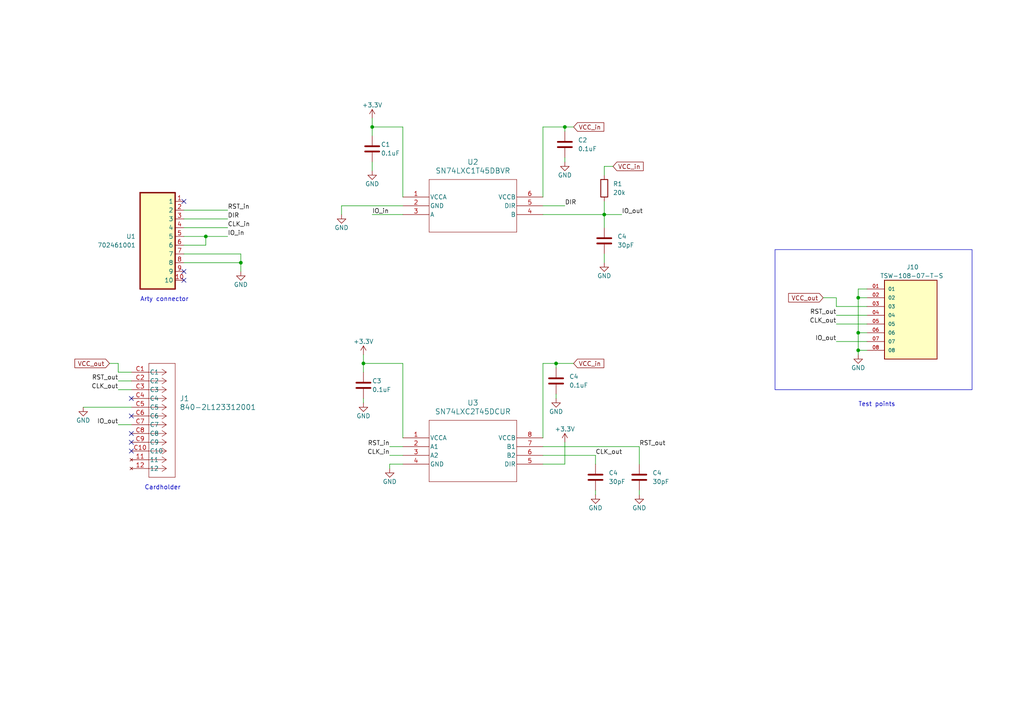
<source format=kicad_sch>
(kicad_sch (version 20231120) (generator "eeschema") (generator_version "8.0")
  (paper "A4")
  (title_block (title "Kraken") (date "2024-03-05") (rev "1.0") (comment 1 "Part of the board dedicated to maintaining ISO communication"))
  (lib_symbols
    (symbol "702461001:702461001"
      (property "Reference" "U" (at 0 5.08 0))
      (property "Value" "702461001" (at 0 -16.51 0))
      (symbol "702461001_0_0"
        (rectangle (start -5.08 13.97) (end 5.08 -13.97) (stroke (width 0.41)) (fill (type background)))
      )
      (symbol "702461001_1_1"
        (pin passive line (at -7.62 11.43 0) (length 2.54) (name "1") (number "1"))
        (pin passive line (at -7.62 -11.43 0) (length 2.54) (name "10") (number "10"))
        (pin passive line (at -7.62 8.89 0) (length 2.54) (name "2") (number "2"))
        (pin passive line (at -7.62 6.35 0) (length 2.54) (name "3") (number "3"))
        (pin passive line (at -7.62 3.81 0) (length 2.54) (name "4") (number "4"))
        (pin passive line (at -7.62 1.27 0) (length 2.54) (name "5") (number "5"))
        (pin passive line (at -7.62 -1.27 0) (length 2.54) (name "6") (number "6"))
        (pin passive line (at -7.62 -3.81 0) (length 2.54) (name "7") (number "7"))
        (pin passive line (at -7.62 -6.35 0) (length 2.54) (name "8") (number "8"))
        (pin passive line (at -7.62 -8.89 0) (length 2.54) (name "9") (number "9"))
      )
    )
    (symbol "74XXX1T45:SN74LXC1T45DBVR" (pin_names (offset 0.254))
      (property "Reference" "U11" (at 20.32 10.16 0))
      (property "Value" "SN74LXC1T45DBVR" (at 20.32 7.62 0))
      (symbol "SN74LXC1T45DBVR_0_1"
        (polyline (pts (xy 7.62 -10.16) (xy 33.02 -10.16)) (stroke (width 0.127)))
        (polyline (pts (xy 7.62 5.08) (xy 7.62 -10.16)) (stroke (width 0.127)))
        (polyline (pts (xy 33.02 -10.16) (xy 33.02 5.08)) (stroke (width 0.127)))
        (polyline (pts (xy 33.02 5.08) (xy 7.62 5.08)) (stroke (width 0.127)))
        (pin power_in line (at 0 0 0) (length 7.62) (name "VCCA") (number "1"))
        (pin bidirectional line (at 0 -5.08 0) (length 7.62) (name "A") (number "3"))
        (pin bidirectional line (at 40.64 -5.08 180) (length 7.62) (name "B") (number "4"))
        (pin input line (at 40.64 -2.54 180) (length 7.62) (name "DIR") (number "5"))
        (pin power_in line (at 40.64 0 180) (length 7.62) (name "VCCB") (number "6"))
      )
      (symbol "SN74LXC1T45DBVR_1_1"
        (pin power_in line (at 0 -2.54 0) (length 7.62) (name "GND") (number "2"))
      )
    )
    (symbol "74XXX2T45:SN74LXC2T45DCUR" (pin_names (offset 0.254))
      (property "Reference" "U10" (at 20.32 10.16 0))
      (property "Value" "SN74LXC2T45DCUR" (at 20.32 7.62 0))
      (symbol "SN74LXC2T45DCUR_0_1"
        (polyline (pts (xy 7.62 -12.7) (xy 33.02 -12.7)) (stroke (width 0.127)))
        (polyline (pts (xy 7.62 5.08) (xy 7.62 -12.7)) (stroke (width 0.127)))
        (polyline (pts (xy 33.02 -12.7) (xy 33.02 5.08)) (stroke (width 0.127)))
        (polyline (pts (xy 33.02 5.08) (xy 7.62 5.08)) (stroke (width 0.127)))
        (pin power_in line (at 0 0 0) (length 7.62) (name "VCCA") (number "1"))
        (pin bidirectional line (at 0 -2.54 0) (length 7.62) (name "A1") (number "2"))
        (pin bidirectional line (at 0 -5.08 0) (length 7.62) (name "A2") (number "3"))
        (pin input line (at 40.64 -7.62 180) (length 7.62) (name "DIR") (number "5"))
        (pin bidirectional line (at 40.64 -5.08 180) (length 7.62) (name "B2") (number "6"))
        (pin bidirectional line (at 40.64 -2.54 180) (length 7.62) (name "B1") (number "7"))
        (pin power_in line (at 40.64 0 180) (length 7.62) (name "VCCB") (number "8"))
      )
      (symbol "SN74LXC2T45DCUR_1_1"
        (pin power_in line (at 0 -7.62 0) (length 7.62) (name "GND") (number "4"))
      )
    )
    (symbol "840-2L123312001:840-2L123312001" (pin_names (offset 0.254))
      (property "Reference" "J" (at -1.27 16.51 0))
      (property "Value" "840-2L123312001" (at 0 0 0))
      (symbol "840-2L123312001_1_1"
        (polyline (pts (xy -5.08 -20.32) (xy 2.54 -20.32)) (stroke (width 0.127)))
        (polyline (pts (xy -5.08 12.7) (xy -5.08 -20.32)) (stroke (width 0.127)))
        (polyline (pts (xy 0 -17.78) (xy -5.08 -17.78)) (stroke (width 0.127)))
        (polyline (pts (xy 0 -17.78) (xy -1.27 -18.6267)) (stroke (width 0.127)))
        (polyline (pts (xy 0 -17.78) (xy -1.27 -16.9333)) (stroke (width 0.127)))
        (polyline (pts (xy 0 -15.24) (xy -5.08 -15.24)) (stroke (width 0.127)))
        (polyline (pts (xy 0 -15.24) (xy -1.27 -16.0867)) (stroke (width 0.127)))
        (polyline (pts (xy 0 -15.24) (xy -1.27 -14.3933)) (stroke (width 0.127)))
        (polyline (pts (xy 0 -12.7) (xy -5.08 -12.7)) (stroke (width 0.127)))
        (polyline (pts (xy 0 -12.7) (xy -1.27 -13.5467)) (stroke (width 0.127)))
        (polyline (pts (xy 0 -12.7) (xy -1.27 -11.8533)) (stroke (width 0.127)))
        (polyline (pts (xy 0 -10.16) (xy -5.08 -10.16)) (stroke (width 0.127)))
        (polyline (pts (xy 0 -10.16) (xy -1.27 -11.0067)) (stroke (width 0.127)))
        (polyline (pts (xy 0 -10.16) (xy -1.27 -9.3133)) (stroke (width 0.127)))
        (polyline (pts (xy 0 -7.62) (xy -5.08 -7.62)) (stroke (width 0.127)))
        (polyline (pts (xy 0 -7.62) (xy -1.27 -8.4667)) (stroke (width 0.127)))
        (polyline (pts (xy 0 -7.62) (xy -1.27 -6.7733)) (stroke (width 0.127)))
        (polyline (pts (xy 0 -5.08) (xy -5.08 -5.08)) (stroke (width 0.127)))
        (polyline (pts (xy 0 -5.08) (xy -1.27 -5.9267)) (stroke (width 0.127)))
        (polyline (pts (xy 0 -5.08) (xy -1.27 -4.2333)) (stroke (width 0.127)))
        (polyline (pts (xy 0 -2.54) (xy -5.08 -2.54)) (stroke (width 0.127)))
        (polyline (pts (xy 0 -2.54) (xy -1.27 -3.3867)) (stroke (width 0.127)))
        (polyline (pts (xy 0 -2.54) (xy -1.27 -1.6933)) (stroke (width 0.127)))
        (polyline (pts (xy 0 0) (xy -5.08 0)) (stroke (width 0.127)))
        (polyline (pts (xy 0 0) (xy -1.27 -0.8467)) (stroke (width 0.127)))
        (polyline (pts (xy 0 0) (xy -1.27 0.8467)) (stroke (width 0.127)))
        (polyline (pts (xy 0 2.54) (xy -5.08 2.54)) (stroke (width 0.127)))
        (polyline (pts (xy 0 2.54) (xy -1.27 1.6933)) (stroke (width 0.127)))
        (polyline (pts (xy 0 2.54) (xy -1.27 3.3867)) (stroke (width 0.127)))
        (polyline (pts (xy 0 5.08) (xy -5.08 5.08)) (stroke (width 0.127)))
        (polyline (pts (xy 0 5.08) (xy -1.27 4.2333)) (stroke (width 0.127)))
        (polyline (pts (xy 0 5.08) (xy -1.27 5.9267)) (stroke (width 0.127)))
        (polyline (pts (xy 0 7.62) (xy -5.08 7.62)) (stroke (width 0.127)))
        (polyline (pts (xy 0 7.62) (xy -1.27 6.7733)) (stroke (width 0.127)))
        (polyline (pts (xy 0 7.62) (xy -1.27 8.4667)) (stroke (width 0.127)))
        (polyline (pts (xy 0 10.16) (xy -5.08 10.16)) (stroke (width 0.127)))
        (polyline (pts (xy 0 10.16) (xy -1.27 9.3133)) (stroke (width 0.127)))
        (polyline (pts (xy 0 10.16) (xy -1.27 11.0067)) (stroke (width 0.127)))
        (polyline (pts (xy 2.54 -20.32) (xy 2.54 12.7)) (stroke (width 0.127)))
        (polyline (pts (xy 2.54 12.7) (xy -5.08 12.7)) (stroke (width 0.127)))
        (pin no_connect line (at -10.16 -15.24 0) (length 5.08) (name "11") (number "11"))
        (pin no_connect line (at -10.16 -17.78 0) (length 5.08) (name "12") (number "12"))
        (pin unspecified line (at -10.16 10.16 0) (length 5.08) (name "C1") (number "C1"))
        (pin unspecified line (at -10.16 -12.7 0) (length 5.08) (name "C10") (number "C10"))
        (pin unspecified line (at -10.16 7.62 0) (length 5.08) (name "C2") (number "C2"))
        (pin unspecified line (at -10.16 5.08 0) (length 5.08) (name "C3") (number "C3"))
        (pin unspecified line (at -10.16 2.54 0) (length 5.08) (name "C4") (number "C4"))
        (pin unspecified line (at -10.16 0 0) (length 5.08) (name "C5") (number "C5"))
        (pin unspecified line (at -10.16 -2.54 0) (length 5.08) (name "C6") (number "C6"))
        (pin unspecified line (at -10.16 -5.08 0) (length 5.08) (name "C7") (number "C7"))
        (pin unspecified line (at -10.16 -7.62 0) (length 5.08) (name "C8") (number "C8"))
        (pin unspecified line (at -10.16 -10.16 0) (length 5.08) (name "C9") (number "C9"))
      )
      (symbol "840-2L123312001_1_2"
        (polyline (pts (xy -5.08 -10.16) (xy 2.54 -10.16)) (stroke (width 0.127)))
        (polyline (pts (xy -5.08 12.7) (xy -5.08 -10.16)) (stroke (width 0.127)))
        (polyline (pts (xy -2.54 -7.62) (xy -5.08 -7.62)) (stroke (width 0.127)))
        (polyline (pts (xy -2.54 -7.62) (xy -1.27 -8.4667)) (stroke (width 0.127)))
        (polyline (pts (xy -2.54 -7.62) (xy -1.27 -6.7733)) (stroke (width 0.127)))
        (polyline (pts (xy -2.54 -5.08) (xy -5.08 -5.08)) (stroke (width 0.127)))
        (polyline (pts (xy -2.54 -5.08) (xy -1.27 -5.9267)) (stroke (width 0.127)))
        (polyline (pts (xy -2.54 -5.08) (xy -1.27 -4.2333)) (stroke (width 0.127)))
        (polyline (pts (xy -2.54 -2.54) (xy -5.08 -2.54)) (stroke (width 0.127)))
        (polyline (pts (xy -2.54 -2.54) (xy -1.27 -3.3867)) (stroke (width 0.127)))
        (polyline (pts (xy -2.54 -2.54) (xy -1.27 -1.6933)) (stroke (width 0.127)))
        (polyline (pts (xy -2.54 0) (xy -5.08 0)) (stroke (width 0.127)))
        (polyline (pts (xy -2.54 0) (xy -1.27 -0.8467)) (stroke (width 0.127)))
        (polyline (pts (xy -2.54 0) (xy -1.27 0.8467)) (stroke (width 0.127)))
        (polyline (pts (xy -2.54 2.54) (xy -5.08 2.54)) (stroke (width 0.127)))
        (polyline (pts (xy -2.54 2.54) (xy -1.27 1.6933)) (stroke (width 0.127)))
        (polyline (pts (xy -2.54 2.54) (xy -1.27 3.3867)) (stroke (width 0.127)))
        (polyline (pts (xy -2.54 5.08) (xy -5.08 5.08)) (stroke (width 0.127)))
        (polyline (pts (xy -2.54 5.08) (xy -1.27 4.2333)) (stroke (width 0.127)))
        (polyline (pts (xy -2.54 5.08) (xy -1.27 5.9267)) (stroke (width 0.127)))
        (polyline (pts (xy -2.54 7.62) (xy -5.08 7.62)) (stroke (width 0.127)))
        (polyline (pts (xy -2.54 7.62) (xy -1.27 6.7733)) (stroke (width 0.127)))
        (polyline (pts (xy -2.54 7.62) (xy -1.27 8.4667)) (stroke (width 0.127)))
        (polyline (pts (xy -2.54 10.16) (xy -5.08 10.16)) (stroke (width 0.127)))
        (polyline (pts (xy -2.54 10.16) (xy -1.27 9.3133)) (stroke (width 0.127)))
        (polyline (pts (xy -2.54 10.16) (xy -1.27 11.0067)) (stroke (width 0.127)))
        (polyline (pts (xy 2.54 -10.16) (xy 2.54 12.7)) (stroke (width 0.127)))
        (polyline (pts (xy 2.54 12.7) (xy -5.08 12.7)) (stroke (width 0.127)))
        (pin unspecified line (at -10.16 10.16 0) (length 5.08) (name "C1") (number "C1"))
        (pin unspecified line (at -10.16 7.62 0) (length 5.08) (name "C2") (number "C2"))
        (pin unspecified line (at -10.16 5.08 0) (length 5.08) (name "C3") (number "C3"))
        (pin unspecified line (at -10.16 2.54 0) (length 5.08) (name "C4") (number "C4"))
        (pin unspecified line (at -10.16 0 0) (length 5.08) (name "C5") (number "C5"))
        (pin unspecified line (at -10.16 -2.54 0) (length 5.08) (name "C6") (number "C6"))
        (pin unspecified line (at -10.16 -5.08 0) (length 5.08) (name "C7") (number "C7"))
        (pin unspecified line (at -10.16 -7.62 0) (length 5.08) (name "C8") (number "C8"))
      )
    )
    (symbol "Device:C" (pin_numbers hide) (pin_names (offset 0.254))
      (property "Reference" "C" (at 0.635 2.54 0))
      (property "Value" "C" (at 0.635 -2.54 0))
      (symbol "C_0_1"
        (polyline (pts (xy -2.032 -0.762) (xy 2.032 -0.762)) (stroke (width 0.508)))
        (polyline (pts (xy -2.032 0.762) (xy 2.032 0.762)) (stroke (width 0.508)))
      )
      (symbol "C_1_1"
        (pin passive line (at 0 3.81 270) (length 2.794) (name "~") (number "1"))
        (pin passive line (at 0 -3.81 90) (length 2.794) (name "~") (number "2"))
      )
    )
    (symbol "Device:R" (pin_numbers hide) (pin_names (offset 0))
      (property "Reference" "R" (at 2.032 0 90))
      (property "Value" "R" (at 0 0 90))
      (symbol "R_0_1"
        (rectangle (start -1.016 -2.54) (end 1.016 2.54) (stroke (width 0.254)))
      )
      (symbol "R_1_1"
        (pin passive line (at 0 3.81 270) (length 1.27) (name "~") (number "1"))
        (pin passive line (at 0 -3.81 90) (length 1.27) (name "~") (number "2"))
      )
    )
    (symbol "TSW-108-07-T-S:TSW-108-07-T-S" (pin_names (offset 1.016))
      (property "Reference" "J" (at -8.12 12.7 0))
      (property "Value" "TSW-108-07-T-S" (at -7.62 -12.7 0))
      (symbol "TSW-108-07-T-S_0_0"
        (rectangle (start -7.62 -10.16) (end 7.62 12.7) (stroke (width 0.254)) (fill (type background)))
        (pin passive line (at -12.7 10.16 0) (length 5.08) (name "01") (number "01"))
        (pin passive line (at -12.7 7.62 0) (length 5.08) (name "02") (number "02"))
        (pin passive line (at -12.7 5.08 0) (length 5.08) (name "03") (number "03"))
        (pin passive line (at -12.7 2.54 0) (length 5.08) (name "04") (number "04"))
        (pin passive line (at -12.7 0 0) (length 5.08) (name "05") (number "05"))
        (pin passive line (at -12.7 -2.54 0) (length 5.08) (name "06") (number "06"))
        (pin passive line (at -12.7 -5.08 0) (length 5.08) (name "07") (number "07"))
        (pin passive line (at -12.7 -7.62 0) (length 5.08) (name "08") (number "08"))
      )
    )
    (symbol "power:+3.3V" (power) (pin_names (offset 0))
      (property "Value" "+3.3V" (at 0 3.556 0))
      (symbol "+3.3V_0_1"
        (polyline (pts (xy -0.762 1.27) (xy 0 2.54)))
        (polyline (pts (xy 0 0) (xy 0 2.54)))
        (polyline (pts (xy 0 2.54) (xy 0.762 1.27)))
      )
      (symbol "+3.3V_1_1"
        (pin power_in line (at 0 0 90) (length 0) hide (name "+3.3V") (number "1"))
      )
    )
    (symbol "power:GND" (power) (pin_names (offset 0))
      (property "Value" "GND" (at 0 -3.81 0))
      (symbol "GND_0_1"
        (polyline (pts (xy 0 0) (xy 0 -1.27) (xy 1.27 -1.27) (xy 0 -2.54) (xy -1.27 -1.27) (xy 0 -1.27)))
      )
      (symbol "GND_1_1"
        (pin power_in line (at 0 0 270) (length 0) hide (name "GND") (number "1"))
      )
    )
  )
  (junction (at 69.85 76.2))
  (junction (at 59.69 68.58))
  (junction (at 175.26 62.23))
  (junction (at 248.92 101.6))
  (junction (at 248.92 96.52))
  (junction (at 107.95 36.83))
  (junction (at 163.83 36.83))
  (junction (at 248.92 86.36))
  (junction (at 105.41 105.41))
  (junction (at 161.29 105.41))
  (no_connect (at 53.34 58.42))
  (no_connect (at 38.1 125.73))
  (no_connect (at 53.34 78.74))
  (no_connect (at 38.1 130.81))
  (no_connect (at 38.1 128.27))
  (no_connect (at 38.1 115.57))
  (no_connect (at 53.34 81.28))
  (no_connect (at 38.1 120.65))
  (wire (pts (xy 105.41 115.57) (xy 105.41 116.84)))
  (wire (pts (xy 157.48 134.62) (xy 163.83 134.62)))
  (wire (pts (xy 248.92 86.36) (xy 251.46 86.36)))
  (wire (pts (xy 59.69 71.12) (xy 59.69 68.58)))
  (wire (pts (xy 185.42 129.54) (xy 157.48 129.54)))
  (wire (pts (xy 242.57 99.06) (xy 251.46 99.06)))
  (wire (pts (xy 113.03 129.54) (xy 116.84 129.54)))
  (wire (pts (xy 105.41 105.41) (xy 105.41 107.95)))
  (wire (pts (xy 53.34 71.12) (xy 59.69 71.12)))
  (wire (pts (xy 172.72 143.51) (xy 172.72 142.24)))
  (wire (pts (xy 107.95 34.29) (xy 107.95 36.83)))
  (wire (pts (xy 157.48 105.41) (xy 157.48 127)))
  (wire (pts (xy 248.92 96.52) (xy 251.46 96.52)))
  (wire (pts (xy 107.95 36.83) (xy 116.84 36.83)))
  (wire (pts (xy 24.13 118.11) (xy 38.1 118.11)))
  (wire (pts (xy 116.84 105.41) (xy 116.84 127)))
  (wire (pts (xy 175.26 50.8) (xy 175.26 48.26)))
  (wire (pts (xy 172.72 132.08) (xy 157.48 132.08)))
  (wire (pts (xy 161.29 106.68) (xy 161.29 105.41)))
  (wire (pts (xy 113.03 132.08) (xy 116.84 132.08)))
  (wire (pts (xy 175.26 48.26) (xy 177.8 48.26)))
  (wire (pts (xy 59.69 68.58) (xy 66.04 68.58)))
  (wire (pts (xy 34.29 107.95) (xy 38.1 107.95)))
  (wire (pts (xy 53.34 60.96) (xy 66.04 60.96)))
  (wire (pts (xy 242.57 91.44) (xy 251.46 91.44)))
  (wire (pts (xy 175.26 62.23) (xy 157.48 62.23)))
  (wire (pts (xy 157.48 105.41) (xy 161.29 105.41)))
  (wire (pts (xy 69.85 73.66) (xy 69.85 76.2)))
  (wire (pts (xy 242.57 86.36) (xy 242.57 88.9)))
  (wire (pts (xy 175.26 73.66) (xy 175.26 76.2)))
  (wire (pts (xy 163.83 134.62) (xy 163.83 128.27)))
  (wire (pts (xy 161.29 115.57) (xy 161.29 114.3)))
  (wire (pts (xy 172.72 132.08) (xy 172.72 134.62)))
  (wire (pts (xy 105.41 102.87) (xy 105.41 105.41)))
  (wire (pts (xy 251.46 83.82) (xy 248.92 83.82)))
  (wire (pts (xy 163.83 36.83) (xy 163.83 38.1)))
  (wire (pts (xy 99.06 59.69) (xy 99.06 62.23)))
  (wire (pts (xy 34.29 110.49) (xy 38.1 110.49)))
  (wire (pts (xy 34.29 105.41) (xy 34.29 107.95)))
  (wire (pts (xy 185.42 142.24) (xy 185.42 143.51)))
  (wire (pts (xy 105.41 105.41) (xy 116.84 105.41)))
  (wire (pts (xy 31.75 105.41) (xy 34.29 105.41)))
  (wire (pts (xy 113.03 134.62) (xy 116.84 134.62)))
  (wire (pts (xy 248.92 96.52) (xy 248.92 101.6)))
  (wire (pts (xy 163.83 46.99) (xy 163.83 45.72)))
  (wire (pts (xy 116.84 36.83) (xy 116.84 57.15)))
  (wire (pts (xy 248.92 101.6) (xy 251.46 101.6)))
  (wire (pts (xy 107.95 46.99) (xy 107.95 49.53)))
  (wire (pts (xy 242.57 93.98) (xy 251.46 93.98)))
  (wire (pts (xy 248.92 86.36) (xy 248.92 96.52)))
  (wire (pts (xy 107.95 36.83) (xy 107.95 39.37)))
  (wire (pts (xy 163.83 36.83) (xy 166.37 36.83)))
  (wire (pts (xy 238.76 86.36) (xy 242.57 86.36)))
  (wire (pts (xy 180.34 62.23) (xy 175.26 62.23)))
  (wire (pts (xy 53.34 63.5) (xy 66.04 63.5)))
  (wire (pts (xy 175.26 58.42) (xy 175.26 62.23)))
  (wire (pts (xy 157.48 36.83) (xy 157.48 57.15)))
  (wire (pts (xy 242.57 88.9) (xy 251.46 88.9)))
  (wire (pts (xy 163.83 59.69) (xy 157.48 59.69)))
  (wire (pts (xy 107.95 62.23) (xy 116.84 62.23)))
  (wire (pts (xy 185.42 129.54) (xy 185.42 134.62)))
  (wire (pts (xy 53.34 73.66) (xy 69.85 73.66)))
  (wire (pts (xy 53.34 66.04) (xy 66.04 66.04)))
  (wire (pts (xy 34.29 113.03) (xy 38.1 113.03)))
  (wire (pts (xy 99.06 59.69) (xy 116.84 59.69)))
  (wire (pts (xy 53.34 68.58) (xy 59.69 68.58)))
  (wire (pts (xy 157.48 36.83) (xy 163.83 36.83)))
  (wire (pts (xy 53.34 76.2) (xy 69.85 76.2)))
  (wire (pts (xy 175.26 62.23) (xy 175.26 66.04)))
  (wire (pts (xy 69.85 76.2) (xy 69.85 78.74)))
  (wire (pts (xy 248.92 83.82) (xy 248.92 86.36)))
  (wire (pts (xy 34.29 123.19) (xy 38.1 123.19)))
  (wire (pts (xy 113.03 135.89) (xy 113.03 134.62)))
  (wire (pts (xy 161.29 105.41) (xy 166.37 105.41)))
  (wire (pts (xy 248.92 101.6) (xy 248.92 102.87)))
  (rectangle (start 224.79 72.39) (end 281.94 113.03))
  (text "Test points" (at 248.92 118.11 0) (effects (font (size 1.27 1.27)) (justify left bottom)))
  (text "Cardholder" (at 41.91 142.24 0) (effects (font (size 1.27 1.27)) (justify left bottom)))
  (text "Arty connector" (at 40.64 87.63 0) (effects (font (size 1.27 1.27)) (justify left bottom)))
  (label "RST_in" (at 113.03 129.54 180))
  (label "CLK_in" (at 113.03 132.08 180))
  (label "IO_out" (at 242.57 99.06 180))
  (label "DIR" (at 66.04 63.5 0))
  (label "RST_out" (at 242.57 91.44 180))
  (label "CLK_out" (at 34.29 113.03 180))
  (label "CLK_out" (at 172.72 132.08 0))
  (label "RST_in" (at 66.04 60.96 0))
  (label "IO_in" (at 107.95 62.23 0))
  (label "CLK_in" (at 66.04 66.04 0))
  (label "DIR" (at 163.83 59.69 0))
  (label "RST_out" (at 34.29 110.49 180))
  (label "IO_out" (at 180.34 62.23 0))
  (label "CLK_out" (at 242.57 93.98 180))
  (label "IO_in" (at 66.04 68.58 0))
  (label "RST_out" (at 185.42 129.54 0))
  (label "IO_out" (at 34.29 123.19 180))
  (global_label "VCC_out" (shape input) (at 31.75 105.41 180) (property "Intersheetrefs" "${INTERSHEET_REFS}" (effects (hide yes))))
  (global_label "VCC_in" (shape input) (at 166.37 105.41 0) (property "Intersheetrefs" "${INTERSHEET_REFS}" (effects (hide yes))))
  (global_label "VCC_in" (shape input) (at 177.8 48.26 0) (property "Intersheetrefs" "${INTERSHEET_REFS}" (effects (hide yes))))
  (global_label "VCC_out" (shape input) (at 238.76 86.36 180) (property "Intersheetrefs" "${INTERSHEET_REFS}" (effects (hide yes))))
  (global_label "VCC_in" (shape input) (at 166.37 36.83 0) (property "Intersheetrefs" "${INTERSHEET_REFS}" (effects (hide yes))))
  (symbol (lib_id "Device:C") (at 161.29 110.49 0) (unit 1)
    (property "Reference" "C4" (at 165.1 109.22 0) (effects (justify left)))
    (property "Value" "0.1uF" (at 165.1 111.76 0) (effects (justify left)))
    (property "Footprint" "Capacitor_SMD:C_1206_3216Metric_Pad1.33x1.80mm_HandSolder" (effects (hide yes)))
  )
  (symbol (lib_id "power:GND") (at 185.42 143.51 0) (unit 1)
    (property "Reference" "#PWR022" (effects (hide yes)))
    (property "Value" "GND" (at 185.42 147.32 0))
  )
  (symbol (lib_id "Device:C") (at 105.41 111.76 0) (unit 1)
    (property "Reference" "C3" (at 107.95 110.49 0) (effects (justify left)))
    (property "Value" "0.1uF" (at 107.95 113.03 0) (effects (justify left)))
    (property "Footprint" "Capacitor_SMD:C_1206_3216Metric_Pad1.33x1.80mm_HandSolder" (effects (hide yes)))
  )
  (symbol (lib_id "power:GND") (at 175.26 76.2 0) (unit 1)
    (property "Reference" "#PWR09" (effects (hide yes)))
    (property "Value" "GND" (at 175.26 80.01 0))
  )
  (symbol (lib_id "power:GND") (at 248.92 102.87 0) (unit 1)
    (property "Reference" "#PWR035" (effects (hide yes)))
    (property "Value" "GND" (at 248.92 106.68 0))
  )
  (symbol (lib_id "Device:C") (at 175.26 69.85 0) (unit 1)
    (property "Reference" "C4" (at 179.07 68.58 0) (effects (justify left)))
    (property "Value" "30pF" (at 179.07 71.12 0) (effects (justify left)))
    (property "Footprint" "Capacitor_SMD:C_1206_3216Metric_Pad1.33x1.80mm_HandSolder" (effects (hide yes)))
  )
  (symbol (lib_id "702461001:702461001") (at 45.72 69.85 0) (mirror y) (unit 1)
    (property "Reference" "U1" (at 39.37 68.58 0) (effects (justify left)))
    (property "Value" "702461001" (at 39.37 71.12 0) (effects (justify left)))
    (property "Footprint" "jibiri:702461001" (effects (hide yes)))
  )
  (symbol (lib_id "Device:C") (at 185.42 138.43 0) (unit 1)
    (property "Reference" "C4" (at 189.23 137.16 0) (effects (justify left)))
    (property "Value" "30pF" (at 189.23 139.7 0) (effects (justify left)))
    (property "Footprint" "Capacitor_SMD:C_1206_3216Metric_Pad1.33x1.80mm_HandSolder" (effects (hide yes)))
  )
  (symbol (lib_id "840-2L123312001:840-2L123312001") (at 48.26 118.11 0) (unit 1)
    (property "Reference" "J1" (at 52.07 115.57 0) (effects (font (size 1.524 1.524)) (justify left)))
    (property "Value" "840-2L123312001" (at 52.07 118.11 0) (effects (font (size 1.524 1.524)) (justify left)))
    (property "Footprint" "jibiri:840-2L123312001" (effects (hide yes)))
    (property "Datasheet" "840-2L123312001" (effects (hide yes)))
  )
  (symbol (lib_id "power:GND") (at 163.83 46.99 0) (unit 1)
    (property "Reference" "#PWR040" (effects (hide yes)))
    (property "Value" "GND" (at 163.83 50.8 0))
  )
  (symbol (lib_id "power:GND") (at 69.85 78.74 0) (unit 1)
    (property "Reference" "#PWR038" (effects (hide yes)))
    (property "Value" "GND" (at 69.85 82.55 0))
  )
  (symbol (lib_id "Device:C") (at 107.95 43.18 0) (unit 1)
    (property "Reference" "C1" (at 110.49 41.91 0) (effects (justify left)))
    (property "Value" "0.1uF" (at 110.49 44.45 0) (effects (justify left)))
    (property "Footprint" "Capacitor_SMD:C_1206_3216Metric_Pad1.33x1.80mm_HandSolder" (effects (hide yes)))
  )
  (symbol (lib_id "Device:R") (at 175.26 54.61 0) (unit 1)
    (property "Reference" "R1" (at 177.8 53.34 0) (effects (justify left)))
    (property "Value" "20k" (at 177.8 55.88 0) (effects (justify left)))
    (property "Footprint" "Resistor_SMD:R_1206_3216Metric_Pad1.30x1.75mm_HandSolder" (effects (hide yes)))
  )
  (symbol (lib_id "power:+3.3V") (at 105.41 102.87 0) (unit 1)
    (property "Reference" "#PWR034" (effects (hide yes)))
    (property "Value" "+3.3V" (at 105.41 99.06 0))
  )
  (symbol (lib_id "power:GND") (at 113.03 135.89 0) (unit 1)
    (property "Reference" "#PWR07" (effects (hide yes)))
    (property "Value" "GND" (at 113.03 139.7 0))
  )
  (symbol (lib_id "Device:C") (at 172.72 138.43 0) (unit 1)
    (property "Reference" "C4" (at 176.53 137.16 0) (effects (justify left)))
    (property "Value" "30pF" (at 176.53 139.7 0) (effects (justify left)))
    (property "Footprint" "Capacitor_SMD:C_1206_3216Metric_Pad1.33x1.80mm_HandSolder" (effects (hide yes)))
  )
  (symbol (lib_id "power:GND") (at 161.29 115.57 0) (unit 1)
    (property "Reference" "#PWR010" (effects (hide yes)))
    (property "Value" "GND" (at 161.29 119.38 0))
  )
  (symbol (lib_id "power:GND") (at 172.72 143.51 0) (unit 1)
    (property "Reference" "#PWR011" (effects (hide yes)))
    (property "Value" "GND" (at 172.72 147.32 0))
  )
  (symbol (lib_id "TSW-108-07-T-S:TSW-108-07-T-S") (at 264.16 93.98 0) (unit 1)
    (property "Reference" "J10" (at 262.89 77.47 0) (effects (justify left)))
    (property "Value" "TSW-108-07-T-S" (at 255.27 80.01 0) (effects (justify left)))
    (property "Footprint" "jibiri:TSW-108-07-T-S" (effects (hide yes)))
    (property "PARTREV" "R" (effects (hide yes)))
    (property "STANDARD" "Manufacturer Recommendations" (effects (hide yes)))
    (property "MANUFACTURER" "Samtec Inc." (effects (hide yes)))
  )
  (symbol (lib_id "power:+3.3V") (at 107.95 34.29 0) (unit 1)
    (property "Reference" "#PWR023" (effects (hide yes)))
    (property "Value" "+3.3V" (at 107.95 30.48 0))
  )
  (symbol (lib_id "74XXX1T45:SN74LXC1T45DBVR") (at 116.84 57.15 0) (unit 1)
    (property "Reference" "U2" (at 137.16 46.99 0) (effects (font (size 1.524 1.524))))
    (property "Value" "SN74LXC1T45DBVR" (at 137.16 49.53 0) (effects (font (size 1.524 1.524))))
    (property "Footprint" "jibiri:74XXX1T45" (effects (hide yes)))
    (property "Datasheet" "SN74LXC1T45DBVR" (effects (hide yes)))
  )
  (symbol (lib_id "power:GND") (at 99.06 62.23 0) (unit 1)
    (property "Reference" "#PWR05" (effects (hide yes)))
    (property "Value" "GND" (at 99.06 66.04 0))
  )
  (symbol (lib_id "Device:C") (at 163.83 41.91 0) (unit 1)
    (property "Reference" "C2" (at 167.64 40.64 0) (effects (justify left)))
    (property "Value" "0.1uF" (at 167.64 43.18 0) (effects (justify left)))
    (property "Footprint" "Capacitor_SMD:C_1206_3216Metric_Pad1.33x1.80mm_HandSolder" (effects (hide yes)))
  )
  (symbol (lib_id "74XXX2T45:SN74LXC2T45DCUR") (at 116.84 127 0) (unit 1)
    (property "Reference" "U3" (at 137.16 116.84 0) (effects (font (size 1.524 1.524))))
    (property "Value" "SN74LXC2T45DCUR" (at 137.16 119.38 0) (effects (font (size 1.524 1.524))))
    (property "Footprint" "jibiri:74XXX2T45" (effects (hide yes)))
    (property "Datasheet" "SN74LXC2T45DCUR" (effects (hide yes)))
  )
  (symbol (lib_id "power:GND") (at 105.41 116.84 0) (unit 1)
    (property "Reference" "#PWR06" (effects (hide yes)))
    (property "Value" "GND" (at 105.41 120.65 0))
  )
  (symbol (lib_id "power:+3.3V") (at 163.83 128.27 0) (unit 1)
    (property "Reference" "#PWR033" (effects (hide yes)))
    (property "Value" "+3.3V" (at 163.83 124.46 0))
  )
  (symbol (lib_id "power:GND") (at 24.13 118.11 0) (unit 1)
    (property "Reference" "#PWR03" (effects (hide yes)))
    (property "Value" "GND" (at 24.13 121.92 0))
  )
  (symbol (lib_id "power:GND") (at 107.95 49.53 0) (unit 1)
    (property "Reference" "#PWR08" (effects (hide yes)))
    (property "Value" "GND" (at 107.95 53.34 0))
  )
)
</source>
